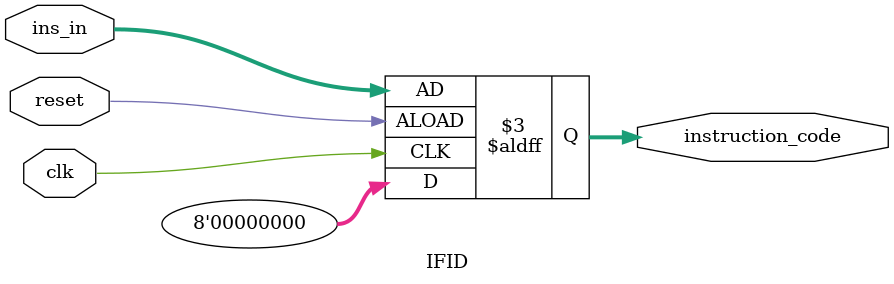
<source format=v>
`timescale 1ns / 1ps


module IFID(
    input clk,
    input reset,
    input [7:0] ins_in,
    output reg [7:0] instruction_code
    );
    
    always@ (posedge clk, posedge reset)
    begin
        if (reset == 0)
            instruction_code <= 0;
        else
            instruction_code <= ins_in;
    end
    
endmodule

</source>
